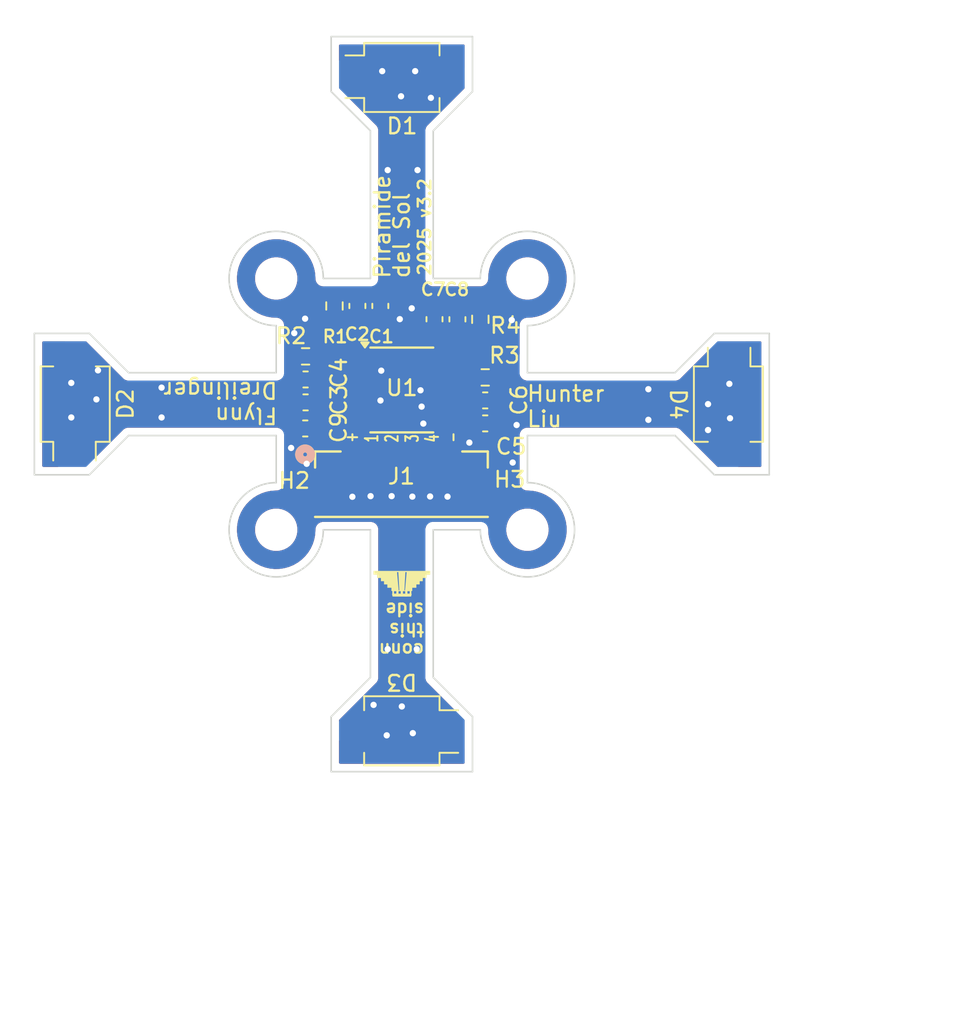
<source format=kicad_pcb>
(kicad_pcb (version 20241229) (generator "pcbnew") (generator_version "9.0")
  (title_block (title "PCBassProShop") (date "2025-03-26") (rev "3.2") (company "Stanford Student Space Initiative") (comment 1 "Hunter Liu"))
  (layers (0 "F.Cu" signal) (2 "B.Cu" signal) (13 "F.Paste" user) (15 "B.Paste" user) (5 "F.SilkS" user "F.Silkscreen") (7 "B.SilkS" user "B.Silkscreen") (1 "F.Mask" user) (3 "B.Mask" user) (25 "Edge.Cuts" user))
  (net 0 "")
  (net 1 "/OUT1")
  (net 2 "/OUT2")
  (net 3 "/OUT4")
  (net 4 "/OUT3")
  (net 5 "GND")
  (net 6 "+3V3")
  (net 7 "/IN1-")
  (net 8 "/IN2-")
  (net 9 "/IN3-")
  (net 10 "/IN4-")
  (footprint "ssi_diode:SFH2430" (layer "F.Cu") (at 158.8 98 -90)
    (property "Reference" "D4" (at 0.01 3.2 270) (layer "F.SilkS"))
    (property "Value" "SFH2430" (hide yes))
    (fp_line (start -2.4 2.2) (end 2.4 2.2) (stroke (width 0.12)) (layer "F.SilkS"))
    (fp_line (start 2.4 2.2) (end 2.4 1.31) (stroke (width 0.12)) (layer "F.SilkS"))
    (fp_line (start -3.59 1.31) (end -2.4 1.31) (stroke (width 0.12)) (layer "F.SilkS"))
    (fp_line (start -2.4 1.31) (end -2.4 2.2) (stroke (width 0.12)) (layer "F.SilkS"))
    (fp_line (start -2.41 -1.4) (end -3.59 -1.4) (stroke (width 0.12)) (layer "F.SilkS"))
    (fp_line (start 2.4 -1.4) (end 2.4 -2.2) (stroke (width 0.12)) (layer "F.SilkS"))
    (fp_line (start -2.4 -2.2) (end -2.4 -1.4) (stroke (width 0.12)) (layer "F.SilkS"))
    (fp_line (start 2.4 -2.2) (end -2.4 -2.2) (stroke (width 0.12)) (layer "F.SilkS"))
    (pad "1" smd roundrect (at -3.05 0 90) (size 1.4 2) (layers "F.Cu" "F.Mask") (roundrect_rratio 0.125) (net 10 "/IN4-"))
    (pad "2" smd roundrect (at 3.05 0 90) (size 1.4 1.2) (layers "F.Cu" "F.Mask") (roundrect_rratio 0.125) (net 5 "GND"))
  )
  (footprint "ssi_diode:SFH2430" (layer "F.Cu") (at 138 77.2)
    (property "Reference" "D1" (at 0.01 3.1 0) (layer "F.SilkS"))
    (property "Value" "SFH2430" (hide yes))
    (fp_line (start -3.59 1.31) (end -2.4 1.31) (stroke (width 0.12)) (layer "F.SilkS"))
    (fp_line (start -2.41 -1.4) (end -3.59 -1.4) (stroke (width 0.12)) (layer "F.SilkS"))
    (fp_line (start -2.4 -2.2) (end -2.4 -1.4) (stroke (width 0.12)) (layer "F.SilkS"))
    (fp_line (start -2.4 1.31) (end -2.4 2.2) (stroke (width 0.12)) (layer "F.SilkS"))
    (fp_line (start -2.4 2.2) (end 2.4 2.2) (stroke (width 0.12)) (layer "F.SilkS"))
    (fp_line (start 2.4 -2.2) (end -2.4 -2.2) (stroke (width 0.12)) (layer "F.SilkS"))
    (fp_line (start 2.4 -1.4) (end 2.4 -2.2) (stroke (width 0.12)) (layer "F.SilkS"))
    (fp_line (start 2.4 2.2) (end 2.4 1.31) (stroke (width 0.12)) (layer "F.SilkS"))
    (pad "1" smd roundrect (at -3.05 0 180) (size 1.4 2) (layers "F.Cu" "F.Mask") (roundrect_rratio 0.125) (net 7 "/IN1-"))
    (pad "2" smd roundrect (at 3.05 0 180) (size 1.4 1.2) (layers "F.Cu" "F.Mask") (roundrect_rratio 0.125) (net 5 "GND"))
  )
  (footprint "Capacitor_SMD:C_0603_1608Metric" (layer "F.Cu") (at 143.31 99.227751 180)
    (property "Reference" "C5" (at -1.65 -1.472249 0) (layer "F.SilkS"))
    (property "Value" "1nF")
    (fp_line (start -0.14058 0.51) (end 0.14058 0.51) (stroke (width 0.12)) (layer "F.SilkS"))
    (fp_line (start -0.14058 -0.51) (end 0.14058 -0.51) (stroke (width 0.12)) (layer "F.SilkS"))
    (pad "1" smd roundrect (at -0.775 0 180) (size 0.9 0.95) (layers "F.Cu" "F.Mask" "F.Paste") (net 9 "/IN3-"))
    (pad "2" smd roundrect (at 0.775 0 180) (size 0.9 0.95) (layers "F.Cu" "F.Mask" "F.Paste") (net 4 "/OUT3"))
  )
  (footprint "Capacitor_SMD:C_0603_1608Metric" (layer "F.Cu") (at 140.08 92.595 -90)
    (property "Reference" "C7" (at -1.9 0.08 180) (layer "F.SilkS") (effects (font (size 0.8 0.8))))
    (property "Value" "1nF")
    (fp_line (start -0.14058 0.51) (end 0.14058 0.51) (stroke (width 0.12)) (layer "F.SilkS"))
    (fp_line (start -0.14058 -0.51) (end 0.14058 -0.51) (stroke (width 0.12)) (layer "F.SilkS"))
    (pad "1" smd roundrect (at -0.775 0 270) (size 0.9 0.95) (layers "F.Cu" "F.Mask" "F.Paste") (net 10 "/IN4-"))
    (pad "2" smd roundrect (at 0.775 0 270) (size 0.9 0.95) (layers "F.Cu" "F.Mask" "F.Paste") (net 3 "/OUT4"))
  )
  (footprint "ssi_diode:SFH2430" (layer "F.Cu") (at 117.2 98 90)
    (property "Reference" "D2" (at 0.01 3.2 90) (layer "F.SilkS"))
    (property "Value" "SFH2430" (hide yes))
    (fp_line (start 2.4 -2.2) (end -2.4 -2.2) (stroke (width 0.12)) (layer "F.SilkS"))
    (fp_line (start -2.4 -2.2) (end -2.4 -1.4) (stroke (width 0.12)) (layer "F.SilkS"))
    (fp_line (start 2.4 -1.4) (end 2.4 -2.2) (stroke (width 0.12)) (layer "F.SilkS"))
    (fp_line (start -2.41 -1.4) (end -3.59 -1.4) (stroke (width 0.12)) (layer "F.SilkS"))
    (fp_line (start -2.4 1.31) (end -2.4 2.2) (stroke (width 0.12)) (layer "F.SilkS"))
    (fp_line (start -3.59 1.31) (end -2.4 1.31) (stroke (width 0.12)) (layer "F.SilkS"))
    (fp_line (start 2.4 2.2) (end 2.4 1.31) (stroke (width 0.12)) (layer "F.SilkS"))
    (fp_line (start -2.4 2.2) (end 2.4 2.2) (stroke (width 0.12)) (layer "F.SilkS"))
    (pad "1" smd roundrect (at -3.05 0 270) (size 1.4 2) (layers "F.Cu" "F.Mask") (roundrect_rratio 0.125) (net 8 "/IN2-"))
    (pad "2" smd roundrect (at 3.05 0 270) (size 1.4 1.2) (layers "F.Cu" "F.Mask") (roundrect_rratio 0.125) (net 5 "GND"))
  )
  (footprint "Resistor_SMD:R_0603_1608Metric" (layer "F.Cu") (at 131.87 94.96)
    (property "Reference" "R2" (at -0.92 -1.3 0) (layer "F.SilkS"))
    (property "Value" "3.9k")
    (fp_line (start -0.237258 -0.5225) (end 0.237258 -0.5225) (stroke (width 0.12)) (layer "F.SilkS"))
    (fp_line (start -0.237258 0.5225) (end 0.237258 0.5225) (stroke (width 0.12)) (layer "F.SilkS"))
    (pad "1" smd roundrect (at -0.825 0) (size 0.8 0.95) (layers "F.Cu" "F.Mask" "F.Paste") (net 8 "/IN2-"))
    (pad "2" smd roundrect (at 0.825 0) (size 0.8 0.95) (layers "F.Cu" "F.Mask" "F.Paste") (net 2 "/OUT2"))
  )
  (footprint "Capacitor_SMD:C_0603_1608Metric" (layer "F.Cu") (at 131.87 96.43)
    (property "Reference" "C4" (at 2.12 -0.42 90) (layer "F.SilkS"))
    (property "Value" "0.1uF")
    (fp_line (start -0.14058 -0.51) (end 0.14058 -0.51) (stroke (width 0.12)) (layer "F.SilkS"))
    (fp_line (start -0.14058 0.51) (end 0.14058 0.51) (stroke (width 0.12)) (layer "F.SilkS"))
    (pad "1" smd roundrect (at -0.775 0) (size 0.9 0.95) (layers "F.Cu" "F.Mask" "F.Paste") (net 8 "/IN2-"))
    (pad "2" smd roundrect (at 0.775 0) (size 0.9 0.95) (layers "F.Cu" "F.Mask" "F.Paste") (net 2 "/OUT2"))
  )
  (footprint "ssi_drawings:piramide_del_sol" (layer "F.Cu") (at 138.01 110.4 180)
    (property "Reference" "REF**" (hide yes))
    (property "Value" "piramide_del_sol" (hide yes))
    (fp_poly (pts (xy 0.01 0.144522) (xy 0.597022 0.146639) (xy 0.616778 0.22425) (xy 0.624407 0.254374) (xy 0.627419 0.266449) (xy 0.629919 0.276725) (xy 0.630982 0.281235) (xy 0.631923 0.285348) (xy 0.632744 0.289085) (xy 0.633447 0.292463) (xy 0.634034 0.295499) (xy 0.634508 0.298212) (xy 0.63487 0.300621) (xy 0.635123 0.302743) (xy 0.635268 0.304596) (xy 0.635307 0.306198) (xy 0.635243 0.307568) (xy 0.635173 0.308171) (xy 0.635078 0.308723) (xy 0.634959 0.309226) (xy 0.634814 0.309682) (xy 0.634646 0.310094) (xy 0.634453 0.310463) (xy 0.634236 0.310792) (xy 0.633996 0.311084) (xy 0.633733 0.31134) (xy 0.633447 0.311562) (xy 0.633138 0.311754) (xy 0.632806 0.311917) (xy 0.632453 0.312053) (xy 0.632077 0.312165) (xy 0.631261 0.312326) (xy 0.63036 0.312417) (xy 0.629376 0.312456) (xy 0.628312 0.312461) (xy 0.62595 0.312444) (xy 0.62432 0.312638) (xy 0.622862 0.313267) (xy 0.621568 0.314402) (xy 0.620427 0.316115) (xy 0.619431 0.318477) (xy 0.618571 0.32156) (xy 0.617837 0.325434) (xy 0.617219 0.330171) (xy 0.616297 0.34252) (xy 0.615731 0.359176) (xy 0.615446 0.380711) (xy 0.615367 0.407694) (xy 0.615367 0.502944) (xy 0.671811 0.502944) (xy 0.671811 0.707555) (xy 0.932867 0.707555) (xy 0.932867 0.919222) (xy 1.144534 0.919222) (xy 1.144534 1.123833) (xy 1.342089 1.123833) (xy 1.342089 1.328444) (xy 1.581978 1.328444) (xy 1.581978 1.540111) (xy 1.814811 1.540111) (xy 1.814811 1.78) (xy -1.797633 1.78) (xy -1.797633 1.702389) (xy -0.2948 1.702389) (xy -0.255994 1.702389) (xy -0.248249 1.702324) (xy -0.241001 1.702135) (xy -0.237614 1.701997) (xy -0.234414 1.70183) (xy -0.23142 1.701637) (xy -0.228654 1.701418) (xy -0.226135 1.701175) (xy -0.223886 1.700907) (xy -0.221926 1.700617) (xy -0.220275 1.700305) (xy -0.218956 1.699972) (xy -0.218427 1.699799) (xy -0.217988 1.69962) (xy -0.217642 1.699437) (xy -0.217392 1.699249) (xy -0.21724 1.699057) (xy -0.217189 1.698861) (xy -0.185438 1.121716) (xy -0.16339 0.714699) (xy -0.157062 0.589209) (xy -0.155128 0.54175) (xy 0.170867 0.54175) (xy 0.231545 1.6403) (xy 0.235778 1.702389) (xy 0.273878 1.702389) (xy 0.280468 1.702376) (xy 0.286252 1.70232) (xy 0.29128 1.702193) (xy 0.295607 1.70197) (xy 0.297524 1.701813) (xy 0.299285 1.701622) (xy 0.300897 1.701393) (xy 0.302366 1.701123) (xy 0.3037 1.700809) (xy 0.304904 1.700447) (xy 0.305986 1.700034) (xy 0.306951 1.699566) (xy 0.307807 1.699041) (xy 0.30856 1.698454) (xy 0.309216 1.697802) (xy 0.309783 1.697083) (xy 0.310266 1.696292) (xy 0.310673 1.695427) (xy 0.31101 1.694484) (xy 0.311284 1.693459) (xy 0.3115 1.692349) (xy 0.311666 1.691152) (xy 0.311789 1.689862) (xy 0.311875 1.688478) (xy 0.311961 1.685413) (xy 0.311978 1.681927) (xy 0.263118 1.118277) (xy 0.211084 0.553039) (xy 0.210782 0.551791) (xy 0.210283 0.550563) (xy 0.209601 0.549359) (xy 0.208748 0.548184) (xy 0.207739 0.547039) (xy 0.206586 0.54593) (xy 0.205305 0.54486) (xy 0.203907 0.543833) (xy 0.202407 0.542852) (xy 0.200818 0.541922) (xy 0.199154 0.541046) (xy 0.197429 0.540227) (xy 0.193847 0.538778) (xy 0.190182 0.537604) (xy 0.186541 0.536737) (xy 0.184764 0.536428) (xy 0.183034 0.536206) (xy 0.181364 0.536075) (xy 0.179768 0.53604) (xy 0.17826 0.536104) (xy 0.176853 0.536271) (xy 0.175561 0.536543) (xy 0.174397 0.536927) (xy 0.173375 0.537424) (xy 0.172508 0.538039) (xy 0.171811 0.538775) (xy 0.171295 0.539636) (xy 0.170976 0.540627) (xy 0.170867 0.54175) (xy -0.155128 0.54175) (xy -0.1551 0.541044) (xy -0.155252 0.540655) (xy -0.155445 0.540284) (xy -0.155678 0.539929) (xy -0.155948 0.539592) (xy -0.156256 0.539272) (xy -0.1566 0.53897) (xy -0.157393 0.53842) (xy -0.158317 0.537945) (xy -0.159366 0.537547) (xy -0.16053 0.537227) (xy -0.161802 0.536987) (xy -0.163174 0.53683) (xy -0.164636 0.536758) (xy -0.16618 0.536773) (xy -0.1678 0.536877) (xy -0.169485 0.537072) (xy -0.171228 0.537359) (xy -0.173021 0.537742) (xy -0.174855 0.538222) (xy -0.192494 0.542455) (xy -0.243294 1.095611) (xy -0.279013 1.494603) (xy -0.290026 1.621867) (xy -0.294094 1.675578) (xy -0.2948 1.702389) (xy -1.797633 1.702389) (xy -1.797633 1.540111) (xy -1.5648 1.540111) (xy -1.5648 1.328444) (xy -1.324911 1.328444) (xy -1.324911 1.123833) (xy -1.127355 1.123833) (xy -1.127355 0.919222) (xy -0.915689 0.919222) (xy -0.915689 0.707555) (xy -0.654633 0.707555) (xy -0.654633 0.502944) (xy -0.598189 0.502944) (xy -0.598189 0.416161) (xy -0.492355 0.416161) (xy -0.492355 0.488833) (xy -0.343483 0.488833) (xy -0.203077 0.488833) (xy -0.061966 0.488833) (xy 0.079145 0.488833) (xy 0.220256 0.488833) (xy 0.220256 0.416161) (xy 0.361367 0.416161) (xy 0.361367 0.488833) (xy 0.510239 0.488833) (xy 0.508123 0.412633) (xy 0.506006 0.337139) (xy 0.438978 0.335022) (xy 0.425235 0.334825) (xy 0.412244 0.334768) (xy 0.400295 0.334861) (xy 0.389678 0.33511) (xy 0.38068 0.335525) (xy 0.37688 0.335797) (xy 0.373593 0.336113) (xy 0.370856 0.336475) (xy 0.368705 0.336884) (xy 0.367176 0.33734) (xy 0.366657 0.337586) (xy 0.366306 0.337844) (xy 0.365785 0.338747) (xy 0.365284 0.34037) (xy 0.364344 0.345616) (xy 0.363503 0.35326) (xy 0.362778 0.36298) (xy 0.362186 0.374452) (xy 0.361742 0.387354) (xy 0.361463 0.401365) (xy 0.361367 0.416161) (xy 0.220256 0.416161) (xy 0.220256 0.333611) (xy 0.079145 0.333611) (xy 0.079145 0.488833) (xy -0.061966 0.488833) (xy -0.061966 0.333611) (xy -0.203077 0.333611) (xy -0.203077 0.488833) (xy -0.343483 0.488833) (xy -0.3456 0.412633) (xy -0.347716 0.337139) (xy -0.414744 0.335022) (xy -0.428487 0.334825) (xy -0.441478 0.334768) (xy -0.453427 0.334861) (xy -0.464045 0.33511) (xy -0.473042 0.335525) (xy -0.476842 0.335797) (xy -0.480129 0.336113) (xy -0.482866 0.336475) (xy -0.485017 0.336884) (xy -0.486546 0.33734) (xy -0.487066 0.337586) (xy -0.487416 0.337844) (xy -0.487937 0.338747) (xy -0.488439 0.34037) (xy -0.489379 0.345616) (xy -0.490219 0.35326) (xy -0.490944 0.36298) (xy -0.491537 0.374452) (xy -0.49198 0.387354) (xy -0.492259 0.401365) (xy -0.492355 0.416161) (xy -0.598189 0.416161) (xy -0.598189 0.407694) (xy -0.598207 0.393486) (xy -0.598267 0.380711) (xy -0.598379 0.369298) (xy -0.598552 0.359176) (xy -0.598796 0.350274) (xy -0.598947 0.346258) (xy -0.599119 0.34252) (xy -0.599313 0.339051) (xy -0.599531 0.335843) (xy -0.599773 0.332886) (xy -0.600041 0.330171) (xy -0.600335 0.32769) (xy -0.600658 0.325434) (xy -0.60101 0.323393) (xy -0.601392 0.32156) (xy -0.601806 0.319924) (xy -0.602253 0.318477) (xy -0.602733 0.317211) (xy -0.603249 0.316115) (xy -0.6038 0.315182) (xy -0.604389 0.314402) (xy -0.604698 0.314067) (xy -0.605017 0.313767) (xy -0.605345 0.3135) (xy -0.605684 0.313267) (xy -0.606032 0.313065) (xy -0.606392 0.312894) (xy -0.607142 0.312638) (xy -0.607935 0.312491) (xy -0.608772 0.312444) (xy -0.609299 0.312438) (xy -0.609821 0.31242) (xy -0.610337 0.31239) (xy -0.610847 0.312349) (xy -0.61135 0.312297) (xy -0.611845 0.312235) (xy -0.61233 0.312162) (xy -0.612807 0.31208) (xy -0.613273 0.311989) (xy -0.613728 0.311889) (xy -0.614171 0.31178) (xy -0.614601 0.311663) (xy -0.615018 0.311538) (xy -0.615421 0.311406) (xy -0.615808 0.311267) (xy -0.61618 0.311121) (xy -0.616536 0.310969) (xy -0.616874 0.310812) (xy -0.617194 0.310649) (xy -0.617495 0.31048) (xy -0.617776 0.310308) (xy -0.618037 0.310131) (xy -0.618277 0.30995) (xy -0.618495 0.309765) (xy -0.618691 0.309578) (xy -0.618862 0.309387) (xy -0.61901 0.309195) (xy -0.619132 0.309) (xy -0.619228 0.308804) (xy -0.619298 0.308607) (xy -0.619341 0.308409) (xy -0.619355 0.308211) (xy -0.617861 0.300583) (xy -0.613887 0.283439) (xy -0.60154 0.232804) (xy -0.588399 0.180715) (xy -0.58055 0.151577) (xy -0.573493 0.149191) (xy -0.552669 0.1473) (xy -0.459106 0.144875) (xy -0.278627 0.144037)) (stroke (width -0.000001)) (fill yes) (layer "F.SilkS"))
  )
  (footprint "Resistor_SMD:R_0603_1608Metric" (layer "F.Cu") (at 143 92.6 -90)
    (property "Reference" "R4" (at 0.4 -1.6 0) (layer "F.SilkS"))
    (property "Value" "3.9k")
    (fp_line (start -0.237258 0.5225) (end 0.237258 0.5225) (stroke (width 0.12)) (layer "F.SilkS"))
    (fp_line (start -0.237258 -0.5225) (end 0.237258 -0.5225) (stroke (width 0.12)) (layer "F.SilkS"))
    (pad "1" smd roundrect (at -0.825 0 270) (size 0.8 0.95) (layers "F.Cu" "F.Mask" "F.Paste") (net 10 "/IN4-"))
    (pad "2" smd roundrect (at 0.825 0 270) (size 0.8 0.95) (layers "F.Cu" "F.Mask" "F.Paste") (net 3 "/OUT4"))
  )
  (footprint "Capacitor_SMD:C_0603_1608Metric" (layer "F.Cu") (at 141.54 92.6 -90)
    (property "Reference" "C8" (at -1.9 0.04 0) (layer "F.SilkS") (effects (font (size 0.8 0.8))))
    (property "Value" "0.1uF")
    (fp_line (start -0.14058 0.51) (end 0.14058 0.51) (stroke (width 0.12)) (layer "F.SilkS"))
    (fp_line (start -0.14058 -0.51) (end 0.14058 -0.51) (stroke (width 0.12)) (layer "F.SilkS"))
    (pad "1" smd roundrect (at -0.775 0 270) (size 0.9 0.95) (layers "F.Cu" "F.Mask" "F.Paste") (net 10 "/IN4-"))
    (pad "2" smd roundrect (at 0.775 0 270) (size 0.9 0.95) (layers "F.Cu" "F.Mask" "F.Paste") (net 3 "/OUT4"))
  )
  (footprint "ssi_connector:Molex_505567-0631" (layer "F.Cu") (at 134.849999 101.205001 180)
    (property "Reference" "J1" (at -3.125 -1.394999 0) (layer "F.SilkS"))
    (property "Value" "505567-0631")
    (fp_line (start 2.3741 0.1886) (end 2.3741 -0.83185) (stroke (width 0.1524)) (layer "F.SilkS"))
    (fp_line (start 2.3741 -3.977) (end -8.6241 -3.977) (stroke (width 0.1524)) (layer "F.SilkS"))
    (fp_line (start 0.75184 0.1886) (end 2.3741 0.1886) (stroke (width 0.1524)) (layer "F.SilkS"))
    (fp_line (start -8.6241 0.1886) (end -7.00184 0.1886) (stroke (width 0.1524)) (layer "F.SilkS"))
    (fp_line (start -8.6241 -0.83185) (end -8.6241 0.1886) (stroke (width 0.1524)) (layer "F.SilkS"))
    (fp_circle (center 3.0091 0) (end 3.3901 0) (stroke (width 0.508)) (fill no) (layer "F.SilkS"))
    (fp_circle (center 3.0091 0) (end 3.3901 0) (stroke (width 0.508)) (fill no) (layer "B.SilkS"))
    (pad "1" smd rect (at 0 0 180) (size 0.8382 1.2954) (layers "F.Cu" "F.Mask" "F.Paste") (net 6 "+3V3"))
    (pad "2" smd rect (at -1.25 0 180) (size 0.8382 1.2954) (layers "F.Cu" "F.Mask" "F.Paste") (net 1 "/OUT1"))
    (pad "3" smd rect (at -2.5 0 180) (size 0.8382 1.2954) (layers "F.Cu" "F.Mask" "F.Paste") (net 2 "/OUT2"))
    (pad "4" smd rect (at -3.75 0 180) (size 0.8382 1.2954) (layers "F.Cu" "F.Mask" "F.Paste") (net 4 "/OUT3"))
    (pad "5" smd rect (at -5 0 180) (size 0.8382 1.2954) (layers "F.Cu" "F.Mask" "F.Paste") (net 3 "/OUT4"))
    (pad "6" smd rect (at -6.25 0 180) (size 0.8382 1.2954) (layers "F.Cu" "F.Mask" "F.Paste") (net 5 "GND"))
    (pad "7" smd rect (at -8.15 -2.29489 180) (size 1.397 2.2606) (layers "F.Cu" "F.Mask" "F.Paste") (net 5 "GND"))
    (pad "8" smd rect (at 1.9 -2.29489 180) (size 1.397 2.2606) (layers "F.Cu" "F.Mask" "F.Paste") (net 5 "GND"))
  )
  (footprint "Resistor_SMD:R_0603_1608Metric" (layer "F.Cu") (at 143.31 96.3 180)
    (property "Reference" "R3" (at -1.225 1.4 0) (layer "F.SilkS"))
    (property "Value" "3.9k")
    (fp_line (start -0.237258 0.5225) (end 0.237258 0.5225) (stroke (width 0.12)) (layer "F.SilkS"))
    (fp_line (start -0.237258 -0.5225) (end 0.237258 -0.5225) (stroke (width 0.12)) (layer "F.SilkS"))
    (pad "1" smd roundrect (at -0.825 0 180) (size 0.8 0.95) (layers "F.Cu" "F.Mask" "F.Paste") (net 9 "/IN3-"))
    (pad "2" smd roundrect (at 0.825 0 180) (size 0.8 0.95) (layers "F.Cu" "F.Mask" "F.Paste") (net 4 "/OUT3"))
  )
  (footprint "MountingHole:MountingHole_2.2mm_M2" (layer "F.Cu") (at 130 90)
    (property "Reference" "H1" (hide yes))
    (property "Value" "MountingHole")
    (pad "" np_thru_hole circle (at 0 0) (size 2.2 2.2) (drill 2.2) (layers "*.Cu" "*.Mask"))
  )
  (footprint "Capacitor_SMD:C_0603_1608Metric" (layer "F.Cu") (at 143.31 97.7638 180)
    (property "Reference" "C6" (at -2.15 0.0238 270) (layer "F.SilkS"))
    (property "Value" "0.1uF")
    (fp_line (start -0.14058 0.51) (end 0.14058 0.51) (stroke (width 0.12)) (layer "F.SilkS"))
    (fp_line (start -0.14058 -0.51) (end 0.14058 -0.51) (stroke (width 0.12)) (layer "F.SilkS"))
    (pad "1" smd roundrect (at -0.775 0 180) (size 0.9 0.95) (layers "F.Cu" "F.Mask" "F.Paste") (net 9 "/IN3-"))
    (pad "2" smd roundrect (at 0.775 0 180) (size 0.9 0.95) (layers "F.Cu" "F.Mask" "F.Paste") (net 4 "/OUT3"))
  )
  (footprint "Resistor_SMD:R_0603_1608Metric" (layer "F.Cu") (at 133.710001 91.75 -90)
    (property "Reference" "R1" (at 1.95 -0.039999 180) (layer "F.SilkS") (effects (font (size 0.8 0.8))))
    (property "Value" "3.9k")
    (fp_line (start -0.237258 0.5225) (end 0.237258 0.5225) (stroke (width 0.12)) (layer "F.SilkS"))
    (fp_line (start -0.237258 -0.5225) (end 0.237258 -0.5225) (stroke (width 0.12)) (layer "F.SilkS"))
    (pad "1" smd roundrect (at -0.825 0 270) (size 0.8 0.95) (layers "F.Cu" "F.Mask" "F.Paste") (net 7 "/IN1-"))
    (pad "2" smd roundrect (at 0.825 0 270) (size 0.8 0.95) (layers "F.Cu" "F.Mask" "F.Paste") (net 1 "/OUT1"))
  )
  (footprint "Capacitor_SMD:C_0603_1608Metric" (layer "F.Cu") (at 136.63 91.75 -90)
    (property "Reference" "C1" (at 1.95 -0.07 180) (layer "F.SilkS") (effects (font (size 0.8 0.8))))
    (property "Value" "1nF")
    (fp_line (start -0.14058 0.51) (end 0.14058 0.51) (stroke (width 0.12)) (layer "F.SilkS"))
    (fp_line (start -0.14058 -0.51) (end 0.14058 -0.51) (stroke (width 0.12)) (layer "F.SilkS"))
    (pad "1" smd roundrect (at -0.775 0 270) (size 0.9 0.95) (layers "F.Cu" "F.Mask" "F.Paste") (net 7 "/IN1-"))
    (pad "2" smd roundrect (at 0.775 0 270) (size 0.9 0.95) (layers "F.Cu" "F.Mask" "F.Paste") (net 1 "/OUT1"))
  )
  (footprint "Capacitor_SMD:C_0603_1608Metric" (layer "F.Cu") (at 131.87 97.89)
    (property "Reference" "C3" (at 2.12 -0.15 90) (layer "F.SilkS"))
    (property "Value" "1nF")
    (fp_line (start -0.14058 -0.51) (end 0.14058 -0.51) (stroke (width 0.12)) (layer "F.SilkS"))
    (fp_line (start -0.14058 0.51) (end 0.14058 0.51) (stroke (width 0.12)) (layer "F.SilkS"))
    (pad "1" smd roundrect (at -0.775 0) (size 0.9 0.95) (layers "F.Cu" "F.Mask" "F.Paste") (net 8 "/IN2-"))
    (pad "2" smd roundrect (at 0.775 0) (size 0.9 0.95) (layers "F.Cu" "F.Mask" "F.Paste") (net 2 "/OUT2"))
  )
  (footprint "MountingHole:MountingHole_2.2mm_M2" (layer "F.Cu") (at 130 106)
    (property "Reference" "H2" (at 1.15 -3.13 0) (layer "F.SilkS"))
    (property "Value" "MountingHole")
    (pad "" np_thru_hole circle (at 0 0) (size 2.2 2.2) (drill 2.2) (layers "*.Cu" "*.Mask"))
  )
  (footprint "Capacitor_SMD:C_0603_1608Metric" (layer "F.Cu") (at 131.85 99.55 180)
    (property "Reference" "C9" (at -2.12 0.05 90) (layer "F.SilkS"))
    (property "Value" "0.1uF")
    (fp_line (start -0.14058 0.51) (end 0.14058 0.51) (stroke (width 0.12)) (layer "F.SilkS"))
    (fp_line (start -0.14058 -0.51) (end 0.14058 -0.51) (stroke (width 0.12)) (layer "F.SilkS"))
    (pad "1" smd roundrect (at -0.775 0 180) (size 0.9 0.95) (layers "F.Cu" "F.Mask" "F.Paste") (net 6 "+3V3"))
    (pad "2" smd roundrect (at 0.775 0 180) (size 0.9 0.95) (layers "F.Cu" "F.Mask" "F.Paste") (net 5 "GND"))
  )
  (footprint "MountingHole:MountingHole_2.2mm_M2" (layer "F.Cu") (at 146 90)
    (property "Reference" "H4" (hide yes))
    (property "Value" "MountingHole")
    (pad "" np_thru_hole circle (at 0 0) (size 2.2 2.2) (drill 2.2) (layers "*.Cu" "*.Mask"))
  )
  (footprint "MountingHole:MountingHole_2.2mm_M2" (layer "F.Cu") (at 146 106)
    (property "Reference" "H3" (at -1.13 -3.2 0) (layer "F.SilkS"))
    (property "Value" "MountingHole")
    (pad "" np_thru_hole circle (at 0 0) (size 2.2 2.2) (drill 2.2) (layers "*.Cu" "*.Mask"))
  )
  (footprint "Package_SO:SSOP-16_3.9x4.9mm_P0.635mm" (layer "F.Cu") (at 138 97.1)
    (property "Reference" "U1" (at 0 -0.1325 0) (layer "F.SilkS"))
    (property "Value" "LTC2052HGN")
    (fp_line (start -2 -2.7) (end 2 -2.7) (stroke (width 0.15)) (layer "F.SilkS"))
    (fp_line (start -2 2.7) (end 2 2.7) (stroke (width 0.15)) (layer "F.SilkS"))
    (fp_poly (pts (xy -2.35 -2.7) (xy -2.59 -3.03) (xy -2.11 -3.03) (xy -2.35 -2.7)) (stroke (width 0.12)) (fill yes) (layer "F.SilkS"))
    (pad "1" smd rect (at -2.6 -2.2225) (size 1.2 0.4) (layers "F.Cu" "F.Mask" "F.Paste") (net 1 "/OUT1"))
    (pad "2" smd rect (at -2.6 -1.5875) (size 1.2 0.4) (layers "F.Cu" "F.Mask" "F.Paste") (net 7 "/IN1-"))
    (pad "3" smd rect (at -2.6 -0.9525) (size 1.2 0.4) (layers "F.Cu" "F.Mask" "F.Paste") (net 5 "GND"))
    (pad "4" smd rect (at -2.6 -0.3175) (size 1.2 0.4) (layers "F.Cu" "F.Mask" "F.Paste") (net 6 "+3V3"))
    (pad "5" smd rect (at -2.6 0.3175) (size 1.2 0.4) (layers "F.Cu" "F.Mask" "F.Paste") (net 5 "GND"))
    (pad "6" smd rect (at -2.6 0.9525) (size 1.2 0.4) (layers "F.Cu" "F.Mask" "F.Paste") (net 8 "/IN2-"))
    (pad "7" smd rect (at -2.6 1.5875) (size 1.2 0.4) (layers "F.Cu" "F.Mask" "F.Paste") (net 2 "/OUT2"))
    (pad "8" smd rect (at -2.6 2.2225) (size 1.2 0.4) (layers "F.Cu" "F.Mask" "F.Paste"))
    (pad "9" smd rect (at 2.6 2.2225) (size 1.2 0.4) (layers "F.Cu" "F.Mask" "F.Paste"))
    (pad "10" smd rect (at 2.6 1.5875) (size 1.2 0.4) (layers "F.Cu" "F.Mask" "F.Paste") (net 4 "/OUT3"))
    (pad "11" smd rect (at 2.6 0.9525) (size 1.2 0.4) (layers "F.Cu" "F.Mask" "F.Paste") (net 9 "/IN3-"))
    (pad "12" smd rect (at 2.6 0.3175) (size 1.2 0.4) (layers "F.Cu" "F.Mask" "F.Paste") (net 5 "GND"))
    (pad "13" smd rect (at 2.6 -0.3175) (size 1.2 0.4) (layers "F.Cu" "F.Mask" "F.Paste") (net 5 "GND"))
    (pad "14" smd rect (at 2.6 -0.9525) (size 1.2 0.4) (layers "F.Cu" "F.Mask" "F.Paste") (net 5 "GND"))
    (pad "15" smd rect (at 2.6 -1.5875) (size 1.2 0.4) (layers "F.Cu" "F.Mask" "F.Paste") (net 10 "/IN4-"))
    (pad "16" smd rect (at 2.6 -2.2225) (size 1.2 0.4) (layers "F.Cu" "F.Mask" "F.Paste") (net 3 "/OUT4"))
  )
  (footprint "Capacitor_SMD:C_0603_1608Metric" (layer "F.Cu") (at 135.17 91.75 -90)
    (property "Reference" "C2" (at 1.8 0.01 180) (layer "F.SilkS") (effects (font (size 0.8 0.8))))
    (property "Value" "0.1uF")
    (fp_line (start -0.14058 0.51) (end 0.14058 0.51) (stroke (width 0.12)) (layer "F.SilkS"))
    (fp_line (start -0.14058 -0.51) (end 0.14058 -0.51) (stroke (width 0.12)) (layer "F.SilkS"))
    (pad "1" smd roundrect (at -0.775 0 270) (size 0.9 0.95) (layers "F.Cu" "F.Mask" "F.Paste") (net 7 "/IN1-"))
    (pad "2" smd roundrect (at 0.775 0 270) (size 0.9 0.95) (layers "F.Cu" "F.Mask" "F.Paste") (net 1 "/OUT1"))
  )
  (footprint "ssi_diode:SFH2430" (layer "F.Cu") (at 138 118.8 180)
    (property "Reference" "D3" (at 0.01 3.1 180) (layer "F.SilkS"))
    (property "Value" "SFH2430" (hide yes))
    (fp_line (start 2.4 2.2) (end 2.4 1.31) (stroke (width 0.12)) (layer "F.SilkS"))
    (fp_line (start 2.4 -1.4) (end 2.4 -2.2) (stroke (width 0.12)) (layer "F.SilkS"))
    (fp_line (start 2.4 -2.2) (end -2.4 -2.2) (stroke (width 0.12)) (layer "F.SilkS"))
    (fp_line (start -2.4 2.2) (end 2.4 2.2) (stroke (width 0.12)) (layer "F.SilkS"))
    (fp_line (start -2.4 1.31) (end -2.4 2.2) (stroke (width 0.12)) (layer "F.SilkS"))
    (fp_line (start -2.4 -2.2) (end -2.4 -1.4) (stroke (width 0.12)) (layer "F.SilkS"))
    (fp_line (start -2.41 -1.4) (end -3.59 -1.4) (stroke (width 0.12)) (layer "F.SilkS"))
    (fp_line (start -3.59 1.31) (end -2.4 1.31) (stroke (width 0.12)) (layer "F.SilkS"))
    (pad "1" smd roundrect (at -3.05 0) (size 1.4 2) (layers "F.Cu" "F.Mask") (roundrect_rratio 0.125) (net 9 "/IN3-"))
    (pad "2" smd roundrect (at 3.05 0) (size 1.4 1.2) (layers "F.Cu" "F.Mask") (roundrect_rratio 0.125) (net 5 "GND"))
  )
  (gr_line (start 155.4 100) (end 146 100) (stroke (width 0.1)) (layer "Edge.Cuts"))
  (gr_line (start 140 80.6) (end 142.5 78.1) (stroke (width 0.1)) (layer "Edge.Cuts"))
  (gr_line (start 142.5 121.4) (end 133.5 121.4) (stroke (width 0.1)) (layer "Edge.Cuts"))
  (gr_line (start 136 115.4) (end 133.5 117.9) (stroke (width 0.1)) (layer "Edge.Cuts"))
  (gr_line (start 136 115.4) (end 136 106) (stroke (width 0.1)) (layer "Edge.Cuts"))
  (gr_line (start 133.5 121.4) (end 133.5 117.9) (stroke (width 0.1)) (layer "Edge.Cuts"))
  (gr_line (start 161.4 102.5) (end 161.4 93.5) (stroke (width 0.1)) (layer "Edge.Cuts"))
  (gr_line (start 136 80.6) (end 133.5 78.1) (stroke (width 0.1)) (layer "Edge.Cuts"))
  (gr_line (start 140 80.6) (end 140 90) (stroke (width 0.1)) (layer "Edge.Cuts"))
  (gr_line (start 130 100) (end 120.6 100) (stroke (width 0.1)) (layer "Edge.Cuts"))
  (gr_line (start 146 96) (end 155.4 96) (stroke (width 0.1)) (layer "Edge.Cuts"))
  (gr_line (start 157.9 102.5) (end 161.4 102.5) (stroke (width 0.1)) (layer "Edge.Cuts"))
  (gr_line (start 133.5 74.6) (end 142.5 74.6) (stroke (width 0.1)) (layer "Edge.Cuts"))
  (gr_arc (start 143 90) (mid 148.12132 87.878678) (end 146 93) (stroke (width 0.1)) (layer "Edge.Cuts"))
  (gr_arc (start 130 93) (mid 127.878675 87.878675) (end 133 90) (stroke (width 0.1)) (layer "Edge.Cuts"))
  (gr_line (start 118.1 102.5) (end 114.6 102.5) (stroke (width 0.1)) (layer "Edge.Cuts"))
  (gr_line (start 136 90) (end 136 80.6) (stroke (width 0.1)) (layer "Edge.Cuts"))
  (gr_line (start 136 106) (end 133 106) (stroke (width 0.1)) (layer "Edge.Cuts"))
  (gr_line (start 130 96) (end 130 93) (stroke (width 0.1)) (layer "Edge.Cuts"))
  (gr_line (start 114.6 102.5) (end 114.6 93.5) (stroke (width 0.1)) (layer "Edge.Cuts"))
  (gr_line (start 143 106) (end 140 106) (stroke (width 0.1)) (layer "Edge.Cuts"))
  (gr_arc (start 146 103) (mid 148.121315 108.121315) (end 143 106) (stroke (width 0.1)) (layer "Edge.Cuts"))
  (gr_line (start 146 93) (end 146 96) (stroke (width 0.1)) (layer "Edge.Cuts"))
  (gr_line (start 120.6 96) (end 130 96) (stroke (width 0.1)) (layer "Edge.Cuts"))
  (gr_line (start 161.4 93.5) (end 157.9 93.5) (stroke (width 0.1)) (layer "Edge.Cuts"))
  (gr_line (start 133.5 78.1) (end 133.5 74.6) (stroke (width 0.1)) (layer "Edge.Cuts"))
  (gr_line (start 140 90) (end 143 90) (stroke (width 0.1)) (layer "Edge.Cuts"))
  (gr_line (start 114.6 93.5) (end 118.1 93.5) (stroke (width 0.1)) (layer "Edge.Cuts"))
  (gr_line (start 155.4 96) (end 157.9 93.5) (stroke (width 0.1)) (layer "Edge.Cuts"))
  (gr_line (start 120.6 96) (end 118.1 93.5) (stroke (width 0.1)) (layer "Edge.Cuts"))
  (gr_arc (start 133 106) (mid 127.878678 108.121321) (end 130 103) (stroke (width 0.1)) (layer "Edge.Cuts"))
  (gr_line (start 142.5 74.6) (end 142.5 78.1) (stroke (width 0.1)) (layer "Edge.Cuts"))
  (gr_line (start 142.5 117.9) (end 142.5 121.4) (stroke (width 0.1)) (layer "Edge.Cuts"))
  (gr_line (start 140 115.4) (end 142.5 117.9) (stroke (width 0.1)) (layer "Edge.Cuts"))
  (gr_line (start 155.4 100) (end 157.9 102.5) (stroke (width 0.1)) (layer "Edge.Cuts"))
  (gr_line (start 136 90) (end 133 90) (stroke (width 0.1)) (layer "Edge.Cuts"))
  (gr_line (start 140 106) (end 140 115.4) (stroke (width 0.1)) (layer "Edge.Cuts"))
  (gr_line (start 130 103) (end 130 100) (stroke (width 0.1)) (layer "Edge.Cuts"))
  (gr_line (start 120.6 100) (end 118.1 102.5) (stroke (width 0.1)) (layer "Edge.Cuts"))
  (gr_line (start 146 100) (end 146 103) (stroke (width 0.1)) (layer "Edge.Cuts"))
  (gr_text "Hunter\nLiu" (at 145.89 99.53 0) (layer "F.SilkS") (effects (font (size 1 1)) (justify left bottom)))
  (gr_text "conn\nthis\nside" (at 139.5 110.6 180) (layer "F.SilkS") (effects (font (size 0.8 0.8)) (justify left bottom)))
  (gr_text "del Sol" (at 138.58 90.07 90) (layer "F.SilkS") (effects (font (size 1 1)) (justify left bottom)))
  (gr_text "+\n1\n2\n3\n4\n-" (at 141.7 100.5 90) (layer "F.SilkS") (effects (font (size 0.8 0.5) (thickness 0.125)) (justify left bottom)))
  (gr_text "2025 v3.2" (at 139.92 89.9 90) (layer "F.SilkS") (effects (font (size 0.8 0.8)) (justify left bottom)))
  (gr_text "Piramide" (at 137.34 90.09 90) (layer "F.SilkS") (effects (font (size 1 1)) (justify left bottom)))
  (gr_text "Flynn\nDreilinger" (at 130.16 96.53 180) (layer "F.SilkS") (effects (font (size 1 1)) (justify left bottom)))
  (segment (start 136.7875 94.8775) (end 135.4 94.8775) (width 0.25) (layer "F.Cu") (net 1))
  (segment (start 133.76 92.285) (end 133.71 92.335) (width 0.25) (layer "F.Cu") (net 1))
  (segment (start 135.169999 92.285) (end 133.76 92.285) (width 0.25) (layer "F.Cu") (net 1))
  (segment (start 136.099999 101.205001) (end 136.099999 100.825001) (width 0.25) (layer "F.Cu") (net 1))
  (segment (start 135.4 92.515001) (end 135.169999 92.285) (width 0.25) (layer "F.Cu") (net 1))
  (segment (start 138.015 96.105) (end 136.7875 94.8775) (width 0.25) (layer "F.Cu") (net 1))
  (segment (start 135.4 94.8775) (end 135.4 92.515001) (width 0.25) (layer "F.Cu") (net 1))
  (segment (start 136.099999 100.825001) (end 138.015 98.91) (width 0.25) (layer "F.Cu") (net 1))
  (segment (start 135.169999 92.285) (end 136.629999 92.285) (width 0.25) (layer "F.Cu") (net 1))
  (segment (start 138.015 98.91) (end 138.015 96.105) (width 0.25) (layer "F.Cu") (net 1))
  (segment (start 133.4425 98.6875) (end 132.645 97.89) (width 0.25) (layer "F.Cu") (net 2))
  (segment (start 135.4 98.6875) (end 133.4425 98.6875) (width 0.25) (layer "F.Cu") (net 2))
  (segment (start 134.115948 102.3) (end 131.85 100.034052) (width 0.25) (layer "F.Cu") (net 2))
  (segment (start 131.85 100.034052) (end 131.85 98.685) (width 0.25) (layer "F.Cu") (net 2))
  (segment (start 137.349999 101.205001) (end 137.349999 101.860001) (width 0.25) (layer "F.Cu") (net 2))
  (segment (start 131.85 98.685) (end 132.645 97.89) (width 0.25) (layer "F.Cu") (net 2))
  (segment (start 132.645 97.89) (end 132.645 95.21) (width 0.25) (layer "F.Cu") (net 2))
  (segment (start 137.349999 101.860001) (end 136.91 102.3) (width 0.25) (layer "F.Cu") (net 2))
  (segment (start 136.91 102.3) (end 134.115948 102.3) (width 0.25) (layer "F.Cu") (net 2))
  (segment (start 132.645 95.21) (end 132.695 95.16) (width 0.25) (layer "F.Cu") (net 2))
  (segment (start 139.668095 94.8775) (end 140.6 94.8775) (width 0.25) (layer "F.Cu") (net 3))
  (segment (start 138.465 99.420002) (end 138.465 96.080595) (width 0.25) (layer "F.Cu") (net 3))
  (segment (start 140.6 93.935) (end 140.04 93.375) (width 0.25) (layer "F.Cu") (net 3))
  (segment (start 139.849999 101.205001) (end 139.849999 100.805001) (width 0.25) (layer "F.Cu") (net 3))
  (segment (start 138.465 96.080595) (end 139.668095 94.8775) (width 0.25) (layer "F.Cu") (net 3))
  (segment (start 139.849999 100.805001) (end 138.465 99.420002) (width 0.25) (layer "F.Cu") (net 3))
  (segment (start 140.04 93.375) (end 141.54 93.375) (width 0.25) (layer "F.Cu") (net 3))
  (segment (start 140.6 94.8775) (end 140.6 93.935) (width 0.25) (layer "F.Cu") (net 3))
  (segment (start 142.95 93.375) (end 143 93.425) (width 0.25) (layer "F.Cu") (net 3))
  (segment (start 141.54 93.375) (end 142.95 93.375) (width 0.25) (layer "F.Cu") (net 3))
  (segment (start 142.575 99.227751) (end 142.034749 98.6875) (width 0.25) (layer "F.Cu") (net 4))
  (segment (start 142.485 99.177751) (end 142.485 96.3) (width 0.25) (layer "F.Cu") (net 4))
  (segment (start 141.65 102.35) (end 143.05 100.95) (width 0.25) (layer "F.Cu") (net 4))
  (segment (start 138.599999 101.205001) (end 138.599999 101.859999) (width 0.25) (layer "F.Cu") (net 4))
  (segment (start 142.575 99.227751) (end 142.535 99.227751) (width 0.25) (layer "F.Cu") (net 4))
  (segment (start 138.599999 101.205001) (end 138.599999 100.968605) (width 0.25) (layer "F.Cu") (net 4))
  (segment (start 143.05 100.95) (end 143.05 99.702751) (width 0.25) (layer "F.Cu") (net 4))
  (segment (start 138.599999 101.859999) (end 139.09 102.35) (width 0.25) (layer "F.Cu") (net 4))
  (segment (start 142.485 96.3) (end 142.525 96.3) (width 0.25) (layer "F.Cu") (net 4))
  (segment (start 142.034749 98.6875) (end 140.6 98.6875) (width 0.25) (layer "F.Cu") (net 4))
  (segment (start 139.09 102.35) (end 141.65 102.35) (width 0.25) (layer "F.Cu") (net 4))
  (segment (start 143.05 99.702751) (end 142.575 99.227751) (width 0.25) (layer "F.Cu") (net 4))
  (segment (start 142.535 99.227751) (end 142.485 99.177751) (width 0.25) (layer "F.Cu") (net 4))
  (segment (start 140.6 97.4175) (end 139.4875 97.4175) (width 0.25) (layer "F.Cu") (net 5))
  (segment (start 139.19 96.48) (end 139.5225 96.1475) (width 0.25) (layer "F.Cu") (net 5))
  (segment (start 142.3 100.45) (end 141.544999 101.205001) (width 0.5) (layer "F.Cu") (net 5))
  (segment (start 136.69 95.87) (end 136.72 95.87) (width 0.25) (layer "F.Cu") (net 5))
  (segment (start 139.5275 96.7825) (end 139.19 97.12) (width 0.25) (layer "F.Cu") (net 5))
  (segment (start 136.2875 97.4175) (end 135.4 97.4175) (width 0.25) (layer "F.Cu") (net 5))
  (segment (start 136.69 95.9) (end 136.69 95.87) (width 0.25) (layer "F.Cu") (net 5))
  (segment (start 141.544999 101.205001) (end 141.099999 101.205001) (width 0.5) (layer "F.Cu") (net 5))
  (segment (start 136.4425 96.1475) (end 136.69 95.9) (width 0.25) (layer "F.Cu") (net 5))
  (segment (start 140.6 96.7825) (end 139.5275 96.7825) (width 0.25) (layer "F.Cu") (net 5))
  (segment (start 140.6 97.4175) (end 140.6 96.1475) (width 0.25) (layer "F.Cu") (net 5))
  (segment (start 136.72 95.87) (end 136.7 95.89) (width 0.25) (layer "F.Cu") (net 5))
  (segment (start 135.4 96.1475) (end 136.4425 96.1475) (width 0.25) (layer "F.Cu") (net 5))
  (segment (start 139.5225 96.1475) (end 140.6 96.1475) (width 0.25) (layer "F.Cu") (net 5))
  (segment (start 139.4875 97.4175) (end 139.19 97.12) (width 0.25) (layer "F.Cu") (net 5))
  (segment (start 139.19 97.12) (end 139.19 96.48) (width 0.25) (layer "F.Cu") (net 5))
  (segment (start 136.64 97.77) (end 136.2875 97.4175) (width 0.25) (layer "F.Cu") (net 5))
  (via (at 137.87 92.59) (size 0.8) (drill 0.4) (layers "F.Cu" "B.Cu") (net 5))
  (via (at 122.7 96.95) (size 0.8) (drill 0.4) (layers "F.Cu" "B.Cu") (net 5))
  (via (at 118.55 97.7) (size 0.8) (drill 0.4) (layers "F.Cu" "B.Cu") (net 5))
  (via (at 157.5 98) (size 0.8) (drill 0.4) (layers "F.Cu" "B.Cu") (net 5))
  (via (at 116.95 98.85) (size 0.8) (drill 0.4) (layers "F.Cu" "B.Cu") (net 5))
  (via (at 137.1 83.1) (size 0.8) (drill 0.4) (layers "F.Cu" "B.Cu") (net 5))
  (via (at 137.1 113.6) (size 0.8) (drill 0.4) (layers "F.Cu" "B.Cu") (net 5))
  (via (at 139.19 97.12) (size 0.8) (drill 0.4) (layers "F.Cu" "B.Cu") (net 5))
  (via (at 136.2 117.15) (size 0.8) (drill 0.4) (layers "F.Cu" "B.Cu") (net 5))
  (via (at 138.95 113.6) (size 0.8) (drill 0.4) (layers "F.Cu" "B.Cu") (net 5))
  (via (at 158.858 96.708) (size 0.8) (drill 0.4) (layers "F.Cu" "B.Cu") (net 5))
  (via (at 131.84 92.56) (size 0.8) (drill 0.4) (layers "F.Cu" "B.Cu") (net 5))
  (via (at 122.7 98.85) (size 0.8) (drill 0.4) (layers "F.Cu" "B.Cu") (net 5))
  (via (at 138.7 118.95) (size 0.8) (drill 0.4) (layers "F.Cu" "B.Cu") (net 5))
  (via (at 157.5 99.65) (size 0.8) (drill 0.4) (layers "F.Cu" "B.Cu") (net 5))
  (via (at 140.91 103.89) (size 0.8) (drill 0.4) (layers "F.Cu" "B.Cu") (net 5))
  (via (at 136.75 76.8) (size 0.8) (drill 0.4) (layers "F.Cu" "B.Cu") (net 5))
  (via (at 139.8 103.88) (size 0.8) (drill 0.4) (layers "F.Cu" "B.Cu") (net 5))
  (via (at 134.85 103.9) (size 0.8) (drill 0.4) (layers "F.Cu" "B.Cu") (net 5))
  (via (at 158.9 98.9) (size 0.8) (drill 0.4) (layers "F.Cu" "B.Cu") (net 5))
  (via (at 131.94 101.8) (size 0.8) (drill 0.4) (layers "F.Cu" "B.Cu") (net 5))
  (via (at 145.06 101.72) (size 0.8) (drill 0.4) (layers "F.Cu" "B.Cu") (net 5))
  (via (at 138 117.25) (size 0.8) (drill 0.4) (layers "F.Cu" "B.Cu") (net 5))
  (via (at 137.35 103.86) (size 0.8) (drill 0.4) (layers "F.Cu" "B.Cu") (net 5))
  (via (at 145.31 99.33) (size 0.8) (drill 0.4) (layers "F.Cu" "B.Cu") (net 5))
  (via (at 139.37 99.24) (size 0.8) (drill 0.4) (layers "F.Cu" "B.Cu") (net 5))
  (via (at 138.67 103.89) (size 0.8) (drill 0.4) (layers "F.Cu" "B.Cu") (net 5))
  (via (at 139.26 98.16) (size 0.8) (drill 0.4) (layers "F.Cu" "B.Cu") (net 5))
  (via (at 116.95 96.65) (size 0.8) (drill 0.4) (layers "F.Cu" "B.Cu") (net 5))
  (via (at 136.64 97.77) (size 0.8) (drill 0.4) (layers "F.Cu" "B.Cu") (net 5))
  (via (at 136.01 103.86) (size 0.8) (drill 0.4) (layers "F.Cu" "B.Cu") (net 5))
  (via (at 153.7 99) (size 0.8) (drill 0.4) (layers "F.Cu" "B.Cu") (net 5))
  (via (at 118.65 95.85) (size 0.8) (drill 0.4) (layers "F.Cu" "B.Cu") (net 5))
  (via (at 137.95 78.4) (size 0.8) (drill 0.4) (layers "F.Cu" "B.Cu") (net 5))
  (via (at 153.7 97.05) (size 0.8) (drill 0.4) (layers "F.Cu" "B.Cu") (net 5))
  (via (at 131.15 93.48) (size 0.8) (drill 0.4) (layers "F.Cu" "B.Cu") (net 5))
  (via (at 130.95 100.79) (size 0.8) (drill 0.4) (layers "F.Cu" "B.Cu") (net 5))
  (via (at 138.85 76.8) (size 0.8) (drill 0.4) (layers "F.Cu" "B.Cu") (net 5))
  (via (at 137.038 119.088) (size 0.8) (drill 0.4) (layers "F.Cu" "B.Cu") (net 5))
  (via (at 142.3 100.45) (size 0.8) (drill 0.4) (layers "F.Cu" "B.Cu") (net 5))
  (via (at 136.69 95.87) (size 0.8) (drill 0.4) (layers "F.Cu" "B.Cu") (net 5))
  (via (at 139.85 78.5) (size 0.8) (drill 0.4) (layers "F.Cu" "B.Cu") (net 5))
  (via (at 145 92.65) (size 0.8) (drill 0.4) (layers "F.Cu" "B.Cu") (net 5))
  (via (at 138.63 91.9) (size 0.8) (drill 0.4) (layers "F.Cu" "B.Cu") (net 5))
  (via (at 139 83.1) (size 0.8) (drill 0.4) (layers "F.Cu" "B.Cu") (net 5))
  (segment (start 137.46 97.06) (end 137.46 98.665) (width 0.4) (layer "F.Cu") (net 6))
  (segment (start 137.46 98.665) (end 136.075 100.05) (width 0.4) (layer "F.Cu") (net 6))
  (segment (start 134.280001 101.205001) (end 132.625 99.55) (width 0.4) (layer "F.Cu") (net 6))
  (segment (start 137.1825 96.7825) (end 137.46 97.06) (width 0.4) (layer "F.Cu") (net 6))
  (segment (start 134.849999 100.655001) (end 134.849999 101.205001) (width 0.4) (layer "F.Cu") (net 6))
  (segment (start 136.075 100.05) (end 135.455 100.05) (width 0.4) (layer "F.Cu") (net 6))
  (segment (start 135.455 100.05) (end 134.849999 100.655001) (width 0.4) (layer "F.Cu") (net 6))
  (segment (start 134.849999 101.205001) (end 134.280001 101.205001) (width 0.4) (layer "F.Cu") (net 6))
  (segment (start 135.4 96.7825) (end 137.1825 96.7825) (width 0.4) (layer "F.Cu") (net 6))
  (segment (start 135.17 90.765) (end 133.760001 90.765) (width 0.25) (layer "F.Cu") (net 7))
  (segment (start 135.4 95.5125) (end 134.585 95.5125) (width 0.25) (layer "F.Cu") (net 7))
  (segment (start 136.63 90.765) (end 135.17 90.765) (width 0.25) (layer "F.Cu") (net 7))
  (segment (start 132.910001 93.240001) (end 132.910001 91.484999) (width 0.25) (layer "F.Cu") (net 7))
  (segment (start 138.108028 80.358028) (end 134.95 77.2) (width 0.25) (layer "F.Cu") (net 7))
  (segment (start 134.475 95.4025) (end 134.475 94.805) (width 0.25) (layer "F.Cu") (net 7))
  (segment (start 134.475 94.805) (end 132.910001 93.240001) (width 0.25) (layer "F.Cu") (net 7))
  (segment (start 133.760001 90.765) (end 133.710001 90.715) (width 0.25) (layer "F.Cu") (net 7))
  (segment (start 136.63 90.765) (end 137.705 90.765) (width 0.25) (layer "F.Cu") (net 7))
  (segment (start 138.108028 90.361972) (end 138.108028 80.358028) (width 0.25) (layer "F.Cu") (net 7))
  (segment (start 137.705 90.765) (end 138.108028 90.361972) (width 0.25) (layer "F.Cu") (net 7))
  (segment (start 134.585 95.5125) (end 134.475 95.4025) (width 0.25) (layer "F.Cu") (net 7))
  (segment (start 132.910001 91.484999) (end 133.71 90.685) (width 0.25) (layer "F.Cu") (net 7))
  (segment (start 131.085 97.9) (end 120.35 97.9) (width 0.25) (layer "F.Cu") (net 8))
  (segment (start 131.095 97.89) (end 131.085 97.9) (width 0.25) (layer "F.Cu") (net 8))
  (segment (start 131.095 95.01) (end 131.045 94.96) (width 0.25) (layer "F.Cu") (net 8))
  (segment (start 133.118004 94.16) (end 131.845 94.16) (width 0.25) (layer "F.Cu") (net 8))
  (segment (start 131.095 96.43) (end 131.095 95.01) (width 0.25) (layer "F.Cu") (net 8))
  (segment (start 134.585 98.0525) (end 133.944204 97.411704) (width 0.25) (layer "F.Cu") (net 8))
  (segment (start 135.4 98.0525) (end 134.585 98.0525) (width 0.25) (layer "F.Cu") (net 8))
  (segment (start 131.095 97.89) (end 131.095 96.43) (width 0.25) (layer "F.Cu") (net 8))
  (segment (start 133.944204 94.9862) (end 133.118004 94.16) (width 0.25) (layer "F.Cu") (net 8))
  (segment (start 131.845 94.16) (end 131.045 94.96) (width 0.25) (layer "F.Cu") (net 8))
  (segment (start 120.35 97.9) (end 117.2 101.05) (width 0.25) (layer "F.Cu") (net 8))
  (segment (start 133.944204 97.411704) (end 133.944204 94.9862) (width 0.25) (layer "F.Cu") (net 8))
  (segment (start 143.365 95.49) (end 144.175 96.3) (width 0.25) (layer "F.Cu") (net 9))
  (segment (start 138.3 105.36) (end 138.018 105.642) (width 0.25) (layer "F.Cu") (net 9))
  (segment (start 144.085 99.227751) (end 144.1 99.242751) (width 0.25) (layer "F.Cu") (net 9))
  (segment (start 143.615 105.36) (end 138.3 105.36) (width 0.25) (layer "F.Cu") (net 9))
  (segment (start 138.018 105.642) (end 138.018 115.768) (width 0.25) (layer "F.Cu") (net 9))
  (segment (start 144.085 96.35) (end 144.135 96.3) (width 0.25) (layer "F.Cu") (net 9))
  (segment (start 144.1 104.875) (end 143.615 105.36) (width 0.25) (layer "F.Cu") (net 9))
  (segment (start 144.085 99.227751) (end 144.085 97.7638) (width 0.25) (layer "F.Cu") (net 9))
  (segment (start 144.1 99.242751) (end 144.1 104.875) (width 0.25) (layer "F.Cu") (net 9))
  (segment (start 140.6 98.0525) (end 141.415 98.0525) (width 0.25) (layer "F.Cu") (net 9))
  (segment (start 141.601396 97.866104) (end 141.601396 95.9625) (width 0.25) (layer "F.Cu") (net 9))
  (segment (start 142.073896 95.49) (end 143.365 95.49) (width 0.25) (layer "F.Cu") (net 9))
  (segment (start 138.018 115.768) (end 141.05 118.8) (width 0.25) (layer "F.Cu") (net 9))
  (segment (start 141.601396 95.9625) (end 142.073896 95.49) (width 0.25) (layer "F.Cu") (net 9))
  (segment (start 144.085 97.7638) (end 144.085 96.35) (width 0.25) (layer "F.Cu") (net 9))
  (segment (start 141.415 98.0525) (end 141.601396 97.866104) (width 0.25) (layer "F.Cu") (net 9))
  (segment (start 142.7275 94.2) (end 143.448004 94.2) (width 0.25) (layer "F.Cu") (net 10))
  (segment (start 140.6 95.5125) (end 141.415 95.5125) (width 0.25) (layer "F.Cu") (net 10))
  (segment (start 143.8 93.848004) (end 143.8 92.575) (width 0.25) (layer "F.Cu") (net 10))
  (segment (start 143.448004 94.2) (end 143.8 93.848004) (width 0.25) (layer "F.Cu") (net 10))
  (segment (start 158.8 94.95) (end 155.562 98.188) (width 0.25) (layer "F.Cu") (net 10))
  (segment (start 145.09 97.35) (end 145.09 95.04) (width 0.25) (layer "F.Cu") (net 10))
  (segment (start 143.8 92.575) (end 143 91.775) (width 0.25) (layer "F.Cu") (net 10))
  (segment (start 140.04 91.825) (end 141.54 91.825) (width 0.25) (layer "F.Cu") (net 10))
  (segment (start 141.54 91.825) (end 142.95 91.825) (width 0.25) (layer "F.Cu") (net 10))
  (segment (start 141.415 95.5125) (end 142.7275 94.2) (width 0.25) (layer "F.Cu") (net 10))
  (segment (start 145.928 98.188) (end 145.09 97.35) (width 0.25) (layer "F.Cu") (net 10))
  (segment (start 145.09 95.04) (end 143.8 93.75) (width 0.25) (layer "F.Cu") (net 10))
  (segment (start 142.95 91.825) (end 143 91.775) (width 0.25) (layer "F.Cu") (net 10))
  (segment (start 143.8 93.75) (end 143.8 92.575) (width 0.25) (layer "F.Cu") (net 10))
  (segment (start 155.562 98.188) (end 145.928 98.188) (width 0.25) (layer "F.Cu") (net 10))
  (zone (net 5) (net_name "GND") (layers "F.Cu" "B.Cu") (connect_pads (clearance 0.1524)) (min_thickness 0.1524) (fill yes (thermal_gap 0.1524) (thermal_bridge_width 0.25))
    (polygon (pts (xy 112.58 73.96) (xy 112.41 136.29) (xy 174.06 137.48) (xy 172.19 72.27)))
  )
)
</source>
